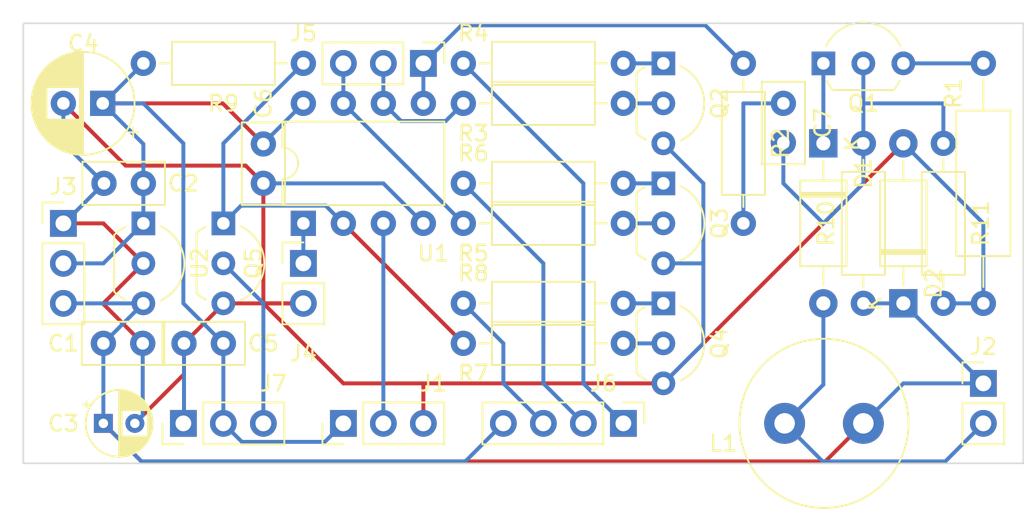
<source format=kicad_pcb>
(kicad_pcb (version 20221018) (generator pcbnew)
  (layers (0 "F.Cu" signal) (31 "B.Cu" signal) (34 "B.Paste" user) (35 "F.Paste" user) (36 "B.SilkS" user "B.Silkscreen") (37 "F.SilkS" user "F.Silkscreen") (38 "B.Mask" user) (39 "F.Mask" user) (44 "Edge.Cuts" user))
  (net 0 "")
  (net 1 "/+12")
  (net 2 "/gnd")
  (net 3 "/+5")
  (net 4 "Net-(D1-K)")
  (net 5 "Net-(D1-A)")
  (net 6 "/pir")
  (net 7 "Net-(J4-Pin_1)")
  (net 8 "/piezo")
  (net 9 "/led1")
  (net 10 "/led2")
  (net 11 "Net-(J6-Pin_1)")
  (net 12 "Net-(J6-Pin_2)")
  (net 13 "Net-(J6-Pin_3)")
  (net 14 "Net-(J7-Pin_3)")
  (net 15 "Net-(Q1-B)")
  (net 16 "Net-(Q1-E)")
  (net 17 "Net-(Q2-C)")
  (net 18 "Net-(Q2-B)")
  (net 19 "Net-(Q3-C)")
  (net 20 "Net-(Q3-B)")
  (net 21 "Net-(Q4-C)")
  (net 22 "Net-(Q4-B)")
  (net 23 "/ir")
  (net 24 "Net-(C7-Pad1)")
  (footprint "Inductor_THT:L_Radial_D10.5mm_P5.00mm_Abacron_AISR-01" (layer "F.Cu") (at 154.94 76.2 180)
    (fp_text reference "L1" (at 8.89 -1.27) (layer "F.SilkS"))
    (fp_text value "0.47uH")
    (pad "1" thru_hole circle (at 0 0 180) (size 2.6 2.6) (drill 1.3) (layers "*.Cu" "*.Mask") (net 1 "/+12"))
    (pad "2" thru_hole circle (at 5 0 180) (size 2.6 2.6) (drill 1.3) (layers "*.Cu" "*.Mask") (net 5 "Net-(D1-A)"))
  )
  (footprint "Package_TO_SOT_THT:TO-92L_Inline_Wide" (layer "F.Cu") (at 142.24 53.34 -90)
    (fp_text reference "Q2" (at 2.54 -3.56 90) (layer "F.SilkS"))
    (fp_text value "BC546")
    (pad "1" thru_hole rect (at 0 0 270) (size 1.5 1.5) (drill 0.8) (layers "*.Cu" "*.Mask") (net 17 "Net-(Q2-C)"))
    (pad "2" thru_hole circle (at 2.54 0 270) (size 1.5 1.5) (drill 0.8) (layers "*.Cu" "*.Mask") (net 18 "Net-(Q2-B)"))
    (pad "3" thru_hole circle (at 5.08 0 270) (size 1.5 1.5) (drill 0.8) (layers "*.Cu" "*.Mask") (net 2 "/gnd"))
  )
  (footprint "Package_TO_SOT_THT:TO-92L_Inline_Wide" (layer "F.Cu") (at 142.24 60.96 -90)
    (fp_text reference "Q3" (at 2.54 -3.56 90) (layer "F.SilkS"))
    (fp_text value "BC546")
    (pad "1" thru_hole rect (at 0 0 270) (size 1.5 1.5) (drill 0.8) (layers "*.Cu" "*.Mask") (net 19 "Net-(Q3-C)"))
    (pad "2" thru_hole circle (at 2.54 0 270) (size 1.5 1.5) (drill 0.8) (layers "*.Cu" "*.Mask") (net 20 "Net-(Q3-B)"))
    (pad "3" thru_hole circle (at 5.08 0 270) (size 1.5 1.5) (drill 0.8) (layers "*.Cu" "*.Mask") (net 2 "/gnd"))
  )
  (footprint "Connector_PinHeader_2.54mm:PinHeader_1x02_P2.54mm_Vertical" (layer "F.Cu") (at 162.56 73.66)
    (fp_text reference "J2" (at 0 -2.33) (layer "F.SilkS"))
    (fp_text value "piezo")
    (pad "1" thru_hole rect (at 0 0) (size 1.7 1.7) (drill 1) (layers "*.Cu" "*.Mask") (net 1 "/+12"))
    (pad "2" thru_hole oval (at 0 2.54) (size 1.7 1.7) (drill 1) (layers "*.Cu" "*.Mask") (net 5 "Net-(D1-A)"))
  )
  (footprint "Connector_PinHeader_2.54mm:PinHeader_1x03_P2.54mm_Vertical" (layer "F.Cu") (at 121.92 76.2 90)
    (fp_text reference "J1" (at 2.54 5.715 180) (layer "F.SilkS"))
    (fp_text value "PIR")
    (pad "1" thru_hole rect (at 0 0 90) (size 1.7 1.7) (drill 1) (layers "*.Cu" "*.Mask") (net 3 "/+5"))
    (pad "2" thru_hole oval (at 0 2.54 90) (size 1.7 1.7) (drill 1) (layers "*.Cu" "*.Mask") (net 6 "/pir"))
    (pad "3" thru_hole oval (at 0 5.08 90) (size 1.7 1.7) (drill 1) (layers "*.Cu" "*.Mask") (net 2 "/gnd"))
  )
  (footprint "Capacitor_THT:C_Disc_D5.0mm_W2.5mm_P2.50mm" (layer "F.Cu") (at 106.68 71.12)
    (fp_text reference "C1" (at -2.54 0) (layer "F.SilkS"))
    (fp_text value "100n")
    (pad "1" thru_hole circle (at 0 0) (size 1.6 1.6) (drill 0.8) (layers "*.Cu" "*.Mask") (net 1 "/+12"))
    (pad "2" thru_hole circle (at 2.5 0) (size 1.6 1.6) (drill 0.8) (layers "*.Cu" "*.Mask") (net 2 "/gnd"))
  )
  (footprint "Capacitor_THT:CP_Radial_D6.3mm_P2.50mm" (layer "F.Cu") (at 106.64 55.88 180)
    (fp_text reference "C4" (at 1.23 3.81) (layer "F.SilkS"))
    (fp_text value "22uF")
    (pad "1" thru_hole rect (at 0 0 180) (size 1.6 1.6) (drill 0.8) (layers "*.Cu" "*.Mask") (net 3 "/+5"))
    (pad "2" thru_hole circle (at 2.5 0 180) (size 1.6 1.6) (drill 0.8) (layers "*.Cu" "*.Mask") (net 2 "/gnd"))
  )
  (footprint "Capacitor_THT:C_Disc_D5.0mm_W2.5mm_P2.50mm" (layer "F.Cu") (at 116.84 58.46 -90)
    (fp_text reference "C6" (at -2.58 0 90) (layer "F.SilkS"))
    (fp_text value "100n")
    (pad "1" thru_hole circle (at 0 0 270) (size 1.6 1.6) (drill 0.8) (layers "*.Cu" "*.Mask") (net 3 "/+5"))
    (pad "2" thru_hole circle (at 2.5 0 270) (size 1.6 1.6) (drill 0.8) (layers "*.Cu" "*.Mask") (net 2 "/gnd"))
  )
  (footprint "Resistor_THT:R_Axial_DIN0309_L9.0mm_D3.2mm_P15.24mm_Horizontal" (layer "F.Cu") (at 162.56 53.34 -90)
    (fp_text reference "R1" (at 1.905 1.905 90) (layer "F.SilkS"))
    (fp_text value "1")
    (pad "1" thru_hole circle (at 0 0 270) (size 1.6 1.6) (drill 0.8) (layers "*.Cu" "*.Mask") (net 16 "Net-(Q1-E)"))
    (pad "2" thru_hole oval (at 15.24 0 270) (size 1.6 1.6) (drill 0.8) (layers "*.Cu" "*.Mask") (net 2 "/gnd"))
  )
  (footprint "Diode_THT:D_A-405_P10.16mm_Horizontal" (layer "F.Cu") (at 152.4 58.420001 -90)
    (fp_text reference "D1" (at 1.904999 -2.54 90) (layer "F.SilkS"))
    (fp_text value "shottky")
    (fp_text user "K" (at 0 -1.9 90) (layer "F.SilkS"))
    (pad "1" thru_hole rect (at 0 0 270) (size 1.8 1.8) (drill 0.9) (layers "*.Cu" "*.Mask") (net 4 "Net-(D1-K)"))
    (pad "2" thru_hole oval (at 10.16 0 270) (size 1.8 1.8) (drill 0.9) (layers "*.Cu" "*.Mask") (net 5 "Net-(D1-A)"))
  )
  (footprint "Diode_THT:D_A-405_P10.16mm_Horizontal" (layer "F.Cu") (at 157.48 68.58 90)
    (fp_text reference "D2" (at 1.27 1.905 90) (layer "F.SilkS"))
    (fp_text value "D")
    (fp_text user "K" (at 0 -1.9 90) (layer "F.SilkS"))
    (pad "1" thru_hole rect (at 0 0 90) (size 1.8 1.8) (drill 0.9) (layers "*.Cu" "*.Mask") (net 1 "/+12"))
    (pad "2" thru_hole oval (at 10.16 0 90) (size 1.8 1.8) (drill 0.9) (layers "*.Cu" "*.Mask") (net 2 "/gnd"))
  )
  (footprint "Resistor_THT:R_Axial_DIN0207_L6.3mm_D2.5mm_P10.16mm_Horizontal" (layer "F.Cu") (at 129.54 53.34)
    (fp_text reference "R4" (at 0.635 -1.905) (layer "F.SilkS"))
    (fp_text value "600/250")
    (pad "1" thru_hole circle (at 0 0) (size 1.6 1.6) (drill 0.8) (layers "*.Cu" "*.Mask") (net 11 "Net-(J6-Pin_1)"))
    (pad "2" thru_hole oval (at 10.16 0) (size 1.6 1.6) (drill 0.8) (layers "*.Cu" "*.Mask") (net 17 "Net-(Q2-C)"))
  )
  (footprint "Resistor_THT:R_Axial_DIN0207_L6.3mm_D2.5mm_P10.16mm_Horizontal" (layer "F.Cu") (at 154.94 68.579999 90)
    (fp_text reference "R10" (at 5.08 -2.37 90) (layer "F.SilkS"))
    (fp_text value "91k")
    (pad "1" thru_hole circle (at 0 0 90) (size 1.6 1.6) (drill 0.8) (layers "*.Cu" "*.Mask") (net 1 "/+12"))
    (pad "2" thru_hole oval (at 10.16 0 90) (size 1.6 1.6) (drill 0.8) (layers "*.Cu" "*.Mask") (net 15 "Net-(Q1-B)"))
  )
  (footprint "Connector_PinHeader_2.54mm:PinHeader_1x03_P2.54mm_Vertical" (layer "F.Cu") (at 127 53.34 -90)
    (fp_text reference "J5" (at -1.905 7.62 -180) (layer "F.SilkS"))
    (fp_text value "ISP prog")
    (pad "1" thru_hole rect (at 0 0 270) (size 1.7 1.7) (drill 1) (layers "*.Cu" "*.Mask") (net 8 "/piezo"))
    (pad "2" thru_hole oval (at 0 2.54 270) (size 1.7 1.7) (drill 1) (layers "*.Cu" "*.Mask") (net 9 "/led1"))
    (pad "3" thru_hole oval (at 0 5.08 270) (size 1.7 1.7) (drill 1) (layers "*.Cu" "*.Mask") (net 10 "/led2"))
  )
  (footprint "Resistor_THT:R_Axial_DIN0207_L6.3mm_D2.5mm_P10.16mm_Horizontal" (layer "F.Cu") (at 129.54 68.58)
    (fp_text reference "R8" (at 0.635 -1.905) (layer "F.SilkS"))
    (fp_text value "600/250")
    (pad "1" thru_hole circle (at 0 0) (size 1.6 1.6) (drill 0.8) (layers "*.Cu" "*.Mask") (net 13 "Net-(J6-Pin_3)"))
    (pad "2" thru_hole oval (at 10.16 0) (size 1.6 1.6) (drill 0.8) (layers "*.Cu" "*.Mask") (net 21 "Net-(Q4-C)"))
  )
  (footprint "Resistor_THT:R_Axial_DIN0207_L6.3mm_D2.5mm_P10.16mm_Horizontal" (layer "F.Cu") (at 147.32 53.340001 -90)
    (fp_text reference "R2" (at 5.08 -2.37 90) (layer "F.SilkS"))
    (fp_text value "2k")
    (pad "1" thru_hole circle (at 0 0 270) (size 1.6 1.6) (drill 0.8) (layers "*.Cu" "*.Mask") (net 8 "/piezo"))
    (pad "2" thru_hole oval (at 10.16 0 270) (size 1.6 1.6) (drill 0.8) (layers "*.Cu" "*.Mask") (net 24 "Net-(C7-Pad1)"))
  )
  (footprint "Package_TO_SOT_THT:TO-92_Inline_Wide" (layer "F.Cu") (at 109.22 63.5 -90)
    (fp_text reference "U2" (at 2.54 -3.56 -90) (layer "F.SilkS"))
    (fp_text value "L78L05_TO92")
    (pad "1" thru_hole rect (at 0 0 270) (size 1.5 1.5) (drill 0.8) (layers "*.Cu" "*.Mask") (net 3 "/+5"))
    (pad "2" thru_hole circle (at 2.54 0 270) (size 1.5 1.5) (drill 0.8) (layers "*.Cu" "*.Mask") (net 2 "/gnd"))
    (pad "3" thru_hole circle (at 5.08 0 270) (size 1.5 1.5) (drill 0.8) (layers "*.Cu" "*.Mask") (net 1 "/+12"))
  )
  (footprint "Connector_PinHeader_2.54mm:PinHeader_1x03_P2.54mm_Vertical" (layer "F.Cu") (at 111.76 76.2 90)
    (fp_text reference "J7" (at 2.54 5.715 180) (layer "F.SilkS"))
    (fp_text value "IR receiver blue-cyan")
    (pad "1" thru_hole rect (at 0 0 90) (size 1.7 1.7) (drill 1) (layers "*.Cu" "*.Mask") (net 2 "/gnd"))
    (pad "2" thru_hole oval (at 0 2.54 90) (size 1.7 1.7) (drill 1) (layers "*.Cu" "*.Mask") (net 3 "/+5"))
    (pad "3" thru_hole oval (at 0 5.08 90) (size 1.7 1.7) (drill 1) (layers "*.Cu" "*.Mask") (net 14 "Net-(J7-Pin_3)"))
  )
  (footprint "Resistor_THT:R_Axial_DIN0207_L6.3mm_D2.5mm_P10.16mm_Horizontal" (layer "F.Cu") (at 160.02 58.420001 -90)
    (fp_text reference "R11" (at 5.08 -2.37 90) (layer "F.SilkS"))
    (fp_text value "4k7")
    (pad "1" thru_hole circle (at 0 0 270) (size 1.6 1.6) (drill 0.8) (layers "*.Cu" "*.Mask") (net 15 "Net-(Q1-B)"))
    (pad "2" thru_hole oval (at 10.16 0 270) (size 1.6 1.6) (drill 0.8) (layers "*.Cu" "*.Mask") (net 2 "/gnd"))
  )
  (footprint "Connector_PinHeader_2.54mm:PinHeader_1x02_P2.54mm_Vertical" (layer "F.Cu") (at 119.38 66.04)
    (fp_text reference "J4" (at 0 5.715) (layer "F.SilkS"))
    (fp_text value "ISP reset")
    (pad "1" thru_hole rect (at 0 0) (size 1.7 1.7) (drill 1) (layers "*.Cu" "*.Mask") (net 7 "Net-(J4-Pin_1)"))
    (pad "2" thru_hole oval (at 0 2.54) (size 1.7 1.7) (drill 1) (layers "*.Cu" "*.Mask") (net 2 "/gnd"))
  )
  (footprint "Package_TO_SOT_THT:TO-92L_Inline_Wide" (layer "F.Cu") (at 142.24 68.58 -90)
    (fp_text reference "Q4" (at 2.54 -3.56 90) (layer "F.SilkS"))
    (fp_text value "BC546")
    (pad "1" thru_hole rect (at 0 0 270) (size 1.5 1.5) (drill 0.8) (layers "*.Cu" "*.Mask") (net 21 "Net-(Q4-C)"))
    (pad "2" thru_hole circle (at 2.54 0 270) (size 1.5 1.5) (drill 0.8) (layers "*.Cu" "*.Mask") (net 22 "Net-(Q4-B)"))
    (pad "3" thru_hole circle (at 5.08 0 270) (size 1.5 1.5) (drill 0.8) (layers "*.Cu" "*.Mask") (net 2 "/gnd"))
  )
  (footprint "Resistor_THT:R_Axial_DIN0207_L6.3mm_D2.5mm_P10.16mm_Horizontal" (layer "F.Cu") (at 129.54 60.96)
    (fp_text reference "R6" (at 0.635 -1.905) (layer "F.SilkS"))
    (fp_text value "600/250")
    (pad "1" thru_hole circle (at 0 0) (size 1.6 1.6) (drill 0.8) (layers "*.Cu" "*.Mask") (net 12 "Net-(J6-Pin_2)"))
    (pad "2" thru_hole oval (at 10.16 0) (size 1.6 1.6) (drill 0.8) (layers "*.Cu" "*.Mask") (net 19 "Net-(Q3-C)"))
  )
  (footprint "Package_TO_SOT_THT:TO-92L_Inline_Wide" (layer "F.Cu") (at 152.4 53.34)
    (fp_text reference "Q1" (at 2.54 2.54) (layer "F.SilkS"))
    (fp_text value "1N3904")
    (pad "1" thru_hole rect (at 0 0) (size 1.5 1.5) (drill 0.8) (layers "*.Cu" "*.Mask") (net 4 "Net-(D1-K)"))
    (pad "2" thru_hole circle (at 2.54 0) (size 1.5 1.5) (drill 0.8) (layers "*.Cu" "*.Mask") (net 15 "Net-(Q1-B)"))
    (pad "3" thru_hole circle (at 5.08 0) (size 1.5 1.5) (drill 0.8) (layers "*.Cu" "*.Mask") (net 16 "Net-(Q1-E)"))
  )
  (footprint "Resistor_THT:R_Axial_DIN0207_L6.3mm_D2.5mm_P10.16mm_Horizontal" (layer "F.Cu") (at 129.54 71.12)
    (fp_text reference "R7" (at 0.635 1.905) (layer "F.SilkS"))
    (fp_text value "10k")
    (pad "1" thru_hole circle (at 0 0) (size 1.6 1.6) (drill 0.8) (layers "*.Cu" "*.Mask") (net 23 "/ir"))
    (pad "2" thru_hole oval (at 10.16 0) (size 1.6 1.6) (drill 0.8) (layers "*.Cu" "*.Mask") (net 22 "Net-(Q4-B)"))
  )
  (footprint "Capacitor_THT:CP_Radial_D4.0mm_P2.00mm" (layer "F.Cu") (at 106.68 76.2)
    (fp_text reference "C3" (at -2.54 0) (layer "F.SilkS"))
    (fp_text value "10uF")
    (pad "1" thru_hole rect (at 0 0) (size 1.2 1.2) (drill 0.6) (layers "*.Cu" "*.Mask") (net 1 "/+12"))
    (pad "2" thru_hole circle (at 2 0) (size 1.2 1.2) (drill 0.6) (layers "*.Cu" "*.Mask") (net 2 "/gnd"))
  )
  (footprint "Package_DIP:DIP-8_W7.62mm" (layer "F.Cu") (at 119.38 63.5 90)
    (fp_text reference "U1" (at -1.905 8.255 180) (layer "F.SilkS"))
    (fp_text value "ATtiny13A-SS")
    (pad "1" thru_hole rect (at 0 0 90) (size 1.6 1.6) (drill 0.8) (layers "*.Cu" "*.Mask") (net 7 "Net-(J4-Pin_1)"))
    (pad "2" thru_hole oval (at 0 2.54 90) (size 1.6 1.6) (drill 0.8) (layers "*.Cu" "*.Mask") (net 23 "/ir"))
    (pad "3" thru_hole oval (at 0 5.08 90) (size 1.6 1.6) (drill 0.8) (layers "*.Cu" "*.Mask") (net 6 "/pir"))
    (pad "4" thru_hole oval (at 0 7.62 90) (size 1.6 1.6) (drill 0.8) (layers "*.Cu" "*.Mask") (net 2 "/gnd"))
    (pad "5" thru_hole oval (at 7.62 7.62 90) (size 1.6 1.6) (drill 0.8) (layers "*.Cu" "*.Mask") (net 8 "/piezo"))
    (pad "6" thru_hole oval (at 7.62 5.08 90) (size 1.6 1.6) (drill 0.8) (layers "*.Cu" "*.Mask") (net 9 "/led1"))
    (pad "7" thru_hole oval (at 7.62 2.54 90) (size 1.6 1.6) (drill 0.8) (layers "*.Cu" "*.Mask") (net 10 "/led2"))
    (pad "8" thru_hole oval (at 7.62 0 90) (size 1.6 1.6) (drill 0.8) (layers "*.Cu" "*.Mask") (net 3 "/+5"))
  )
  (footprint "Capacitor_THT:C_Disc_D5.0mm_W2.5mm_P2.50mm" (layer "F.Cu") (at 149.86 55.88 -90)
    (fp_text reference "C7" (at 1.25 -2.5 90) (layer "F.SilkS"))
    (fp_text value "100n")
    (pad "1" thru_hole circle (at 0 0 270) (size 1.6 1.6) (drill 0.8) (layers "*.Cu" "*.Mask") (net 24 "Net-(C7-Pad1)"))
    (pad "2" thru_hole circle (at 2.5 0 270) (size 1.6 1.6) (drill 0.8) (layers "*.Cu" "*.Mask") (net 15 "Net-(Q1-B)"))
  )
  (footprint "Package_TO_SOT_THT:TO-92L_Inline_Wide" (layer "F.Cu") (at 114.3 63.5 -90)
    (fp_text reference "Q5" (at 2.54 -1.905 90) (layer "F.SilkS"))
    (fp_text value "2N3904")
    (pad "1" thru_hole rect (at 0 0 270) (size 1.5 1.5) (drill 0.8) (layers "*.Cu" "*.Mask") (net 23 "/ir"))
    (pad "2" thru_hole circle (at 2.54 0 270) (size 1.5 1.5) (drill 0.8) (layers "*.Cu" "*.Mask") (net 14 "Net-(J7-Pin_3)"))
    (pad "3" thru_hole circle (at 5.08 0 270) (size 1.5 1.5) (drill 0.8) (layers "*.Cu" "*.Mask") (net 2 "/gnd"))
  )
  (footprint "Capacitor_THT:C_Disc_D5.0mm_W2.5mm_P2.50mm" (layer "F.Cu") (at 111.8 71.12)
    (fp_text reference "C5" (at 5.04 0) (layer "F.SilkS"))
    (fp_text value "100n")
    (pad "1" thru_hole circle (at 0 0) (size 1.6 1.6) (drill 0.8) (layers "*.Cu" "*.Mask") (net 2 "/gnd"))
    (pad "2" thru_hole circle (at 2.5 0) (size 1.6 1.6) (drill 0.8) (layers "*.Cu" "*.Mask") (net 3 "/+5"))
  )
  (footprint "Resistor_THT:R_Axial_DIN0207_L6.3mm_D2.5mm_P10.16mm_Horizontal" (layer "F.Cu") (at 129.54 55.88)
    (fp_text reference "R3" (at 0.635 1.905) (layer "F.SilkS"))
    (fp_text value "10k")
    (pad "1" thru_hole circle (at 0 0) (size 1.6 1.6) (drill 0.8) (layers "*.Cu" "*.Mask") (net 9 "/led1"))
    (pad "2" thru_hole oval (at 10.16 0) (size 1.6 1.6) (drill 0.8) (layers "*.Cu" "*.Mask") (net 18 "Net-(Q2-B)"))
  )
  (footprint "Resistor_THT:R_Axial_DIN0207_L6.3mm_D2.5mm_P10.16mm_Horizontal" (layer "F.Cu") (at 109.22 53.34)
    (fp_text reference "R9" (at 5.08 2.54) (layer "F.SilkS"))
    (fp_text value "1k")
    (pad "1" thru_hole circle (at 0 0) (size 1.6 1.6) (drill 0.8) (layers "*.Cu" "*.Mask") (net 3 "/+5"))
    (pad "2" thru_hole oval (at 10.16 0) (size 1.6 1.6) (drill 0.8) (layers "*.Cu" "*.Mask") (net 23 "/ir"))
  )
  (footprint "Capacitor_THT:C_Disc_D5.0mm_W2.5mm_P2.50mm" (layer "F.Cu") (at 109.22 60.96 180)
    (fp_text reference "C2" (at -2.54 0) (layer "F.SilkS"))
    (fp_text value "100n")
    (pad "1" thru_hole circle (at 0 0 180) (size 1.6 1.6) (drill 0.8) (layers "*.Cu" "*.Mask") (net 3 "/+5"))
    (pad "2" thru_hole circle (at 2.5 0 180) (size 1.6 1.6) (drill 0.8) (layers "*.Cu" "*.Mask") (net 2 "/gnd"))
  )
  (footprint "Connector_PinHeader_2.54mm:PinHeader_1x04_P2.54mm_Vertical" (layer "F.Cu") (at 139.7 76.2 -90)
    (fp_text reference "J6" (at -2.54 1.27) (layer "F.SilkS"))
    (fp_text value "leds")
    (pad "1" thru_hole rect (at 0 0 270) (size 1.7 1.7) (drill 1) (layers "*.Cu" "*.Mask") (net 11 "Net-(J6-Pin_1)"))
    (pad "2" thru_hole oval (at 0 2.54 270) (size 1.7 1.7) (drill 1) (layers "*.Cu" "*.Mask") (net 12 "Net-(J6-Pin_2)"))
    (pad "3" thru_hole oval (at 0 5.08 270) (size 1.7 1.7) (drill 1) (layers "*.Cu" "*.Mask") (net 13 "Net-(J6-Pin_3)"))
    (pad "4" thru_hole oval (at 0 7.62 270) (size 1.7 1.7) (drill 1) (layers "*.Cu" "*.Mask") (net 1 "/+12"))
  )
  (footprint "Resistor_THT:R_Axial_DIN0207_L6.3mm_D2.5mm_P10.16mm_Horizontal" (layer "F.Cu") (at 129.54 63.5)
    (fp_text reference "R5" (at 0.635 1.905) (layer "F.SilkS"))
    (fp_text value "10k")
    (pad "1" thru_hole circle (at 0 0) (size 1.6 1.6) (drill 0.8) (layers "*.Cu" "*.Mask") (net 10 "/led2"))
    (pad "2" thru_hole oval (at 10.16 0) (size 1.6 1.6) (drill 0.8) (layers "*.Cu" "*.Mask") (net 20 "Net-(Q3-B)"))
  )
  (footprint "Connector_PinHeader_2.54mm:PinHeader_1x03_P2.54mm_Vertical" (layer "F.Cu") (at 104.14 63.5)
    (fp_text reference "J3" (at 0 -2.33) (layer "F.SilkS"))
    (fp_text value "power in")
    (pad "1" thru_hole rect (at 0 0) (size 1.7 1.7) (drill 1) (layers "*.Cu" "*.Mask") (net 2 "/gnd"))
    (pad "2" thru_hole oval (at 0 2.54) (size 1.7 1.7) (drill 1) (layers "*.Cu" "*.Mask") (net 3 "/+5"))
    (pad "3" thru_hole oval (at 0 5.08) (size 1.7 1.7) (drill 1) (layers "*.Cu" "*.Mask") (net 1 "/+12"))
  )
  (gr_line (start 101.6 78.74) (end 165.1 78.74) (stroke (width 0.1)) (layer "Edge.Cuts"))
  (gr_line (start 165.1 78.74) (end 165.1 50.8) (stroke (width 0.1)) (layer "Edge.Cuts"))
  (gr_line (start 101.6 50.8) (end 165.1 50.8) (stroke (width 0.1)) (layer "Edge.Cuts"))
  (gr_line (start 101.6 50.8) (end 101.6 78.74) (stroke (width 0.1)) (layer "Edge.Cuts"))
  (segment (start 152.525 78.615) (end 154.94 76.2) (width 0.25) (layer "F.Cu") (net 1))
  (segment (start 106.68 76.2) (end 109.095 78.615) (width 0.25) (layer "F.Cu") (net 1))
  (segment (start 109.095 78.615) (end 152.525 78.615) (width 0.25) (layer "F.Cu") (net 1))
  (segment (start 154.94 68.579999) (end 157.48 68.58) (width 0.25) (layer "B.Cu") (net 1))
  (segment (start 157.48 68.58) (end 162.56 73.66) (width 0.25) (layer "B.Cu") (net 1))
  (segment (start 157.48 73.66) (end 162.56 73.66) (width 0.25) (layer "B.Cu") (net 1))
  (segment (start 109.22 68.58) (end 106.68 71.12) (width 0.25) (layer "B.Cu") (net 1))
  (segment (start 106.68 71.12) (end 106.68 76.2) (width 0.25) (layer "B.Cu") (net 1))
  (segment (start 129.665 78.615) (end 109.095 78.615) (width 0.25) (layer "B.Cu") (net 1))
  (segment (start 154.94 76.2) (end 157.48 73.66) (width 0.25) (layer "B.Cu") (net 1))
  (segment (start 109.095 78.615) (end 106.68 76.2) (width 0.25) (layer "B.Cu") (net 1))
  (segment (start 104.14 68.58) (end 109.22 68.58) (width 0.25) (layer "B.Cu") (net 1))
  (segment (start 132.08 76.2) (end 129.665 78.615) (width 0.25) (layer "B.Cu") (net 1))
  (segment (start 106.68 68.62) (end 106.75 68.69) (width 0.25) (layer "F.Cu") (net 2))
  (segment (start 114.3 68.58) (end 119.38 68.58) (width 0.25) (layer "F.Cu") (net 2))
  (segment (start 121.92 73.66) (end 124.46 73.66) (width 0.25) (layer "F.Cu") (net 2))
  (segment (start 108.095 59.835) (end 115.715 59.835) (width 0.25) (layer "F.Cu") (net 2))
  (segment (start 104.14 55.88) (end 108.095 59.835) (width 0.25) (layer "F.Cu") (net 2))
  (segment (start 109.22 66.04) (end 106.75 68.51) (width 0.25) (layer "F.Cu") (net 2))
  (segment (start 111.8 71.12) (end 114.3 68.62) (width 0.25) (layer "F.Cu") (net 2))
  (segment (start 108.68 76.2) (end 111.8 73.08) (width 0.25) (layer "F.Cu") (net 2))
  (segment (start 111.8 73.08) (end 111.8 71.12) (width 0.25) (layer "F.Cu") (net 2))
  (segment (start 106.68 63.5) (end 104.14 63.5) (width 0.25) (layer "F.Cu") (net 2))
  (segment (start 106.75 68.69) (end 109.18 71.12) (width 0.25) (layer "F.Cu") (net 2))
  (segment (start 116.84 60.96) (end 116.84 68.58) (width 0.25) (layer "F.Cu") (net 2))
  (segment (start 116.84 68.58) (end 119.38 68.58) (width 0.25) (layer "F.Cu") (net 2))
  (segment (start 109.22 66.04) (end 106.68 63.5) (width 0.25) (layer "F.Cu") (net 2))
  (segment (start 115.715 59.835) (end 116.84 60.96) (width 0.25) (layer "F.Cu") (net 2))
  (segment (start 127 76.2) (end 127 73.66) (width 0.25) (layer "F.Cu") (net 2))
  (segment (start 157.48 58.42) (end 142.24 73.66) (width 0.25) (layer "F.Cu") (net 2))
  (segment (start 116.84 68.58) (end 121.92 73.66) (width 0.25) (layer "F.Cu") (net 2))
  (segment (start 124.46 73.66) (end 142.24 73.66) (width 0.25) (layer "F.Cu") (net 2))
  (segment (start 106.75 68.51) (end 106.75 68.69) (width 0.25) (layer "F.Cu") (net 2))
  (segment (start 114.3 68.62) (end 114.3 68.58) (width 0.25) (layer "F.Cu") (net 2))
  (segment (start 104.14 55.88) (end 104.14 58.38) (width 0.25) (layer "B.Cu") (net 2))
  (segment (start 111.8 76.16) (end 111.76 76.2) (width 0.25) (layer "B.Cu") (net 2))
  (segment (start 111.8 71.12) (end 111.8 76.16) (width 0.25) (layer "B.Cu") (net 2))
  (segment (start 144.78 60.96) (end 144.78 71.12) (width 0.25) (layer "B.Cu") (net 2))
  (segment (start 124.46 60.96) (end 116.84 60.96) (width 0.25) (layer "B.Cu") (net 2))
  (segment (start 104.14 63.5) (end 104.18 63.5) (width 0.25) (layer "B.Cu") (net 2))
  (segment (start 142.24 58.42) (end 144.78 60.96) (width 0.25) (layer "B.Cu") (net 2))
  (segment (start 162.56 63.5) (end 162.56 68.58) (width 0.25) (layer "B.Cu") (net 2))
  (segment (start 142.24 66.04) (end 144.78 66.04) (width 0.25) (layer "B.Cu") (net 2))
  (segment (start 109.18 71.12) (end 109.18 75.7) (width 0.25) (layer "B.Cu") (net 2))
  (segment (start 104.14 58.38) (end 106.72 60.96) (width 0.25) (layer "B.Cu") (net 2))
  (segment (start 144.78 71.12) (end 142.24 73.66) (width 0.25) (layer "B.Cu") (net 2))
  (segment (start 109.18 75.7) (end 108.68 76.2) (width 0.25) (layer "B.Cu") (net 2))
  (segment (start 157.48 58.42) (end 162.56 63.5) (width 0.25) (layer "B.Cu") (net 2))
  (segment (start 104.18 63.5) (end 106.72 60.96) (width 0.25) (layer "B.Cu") (net 2))
  (segment (start 127 63.5) (end 124.46 60.96) (width 0.25) (layer "B.Cu") (net 2))
  (segment (start 160.02 68.580001) (end 162.56 68.58) (width 0.25) (layer "B.Cu") (net 2))
  (segment (start 114.26 55.88) (end 106.64 55.88) (width 0.25) (layer "F.Cu") (net 3))
  (segment (start 116.84 58.46) (end 114.26 55.88) (width 0.25) (layer "F.Cu") (net 3))
  (segment (start 114.3 76.2) (end 114.3 71.12) (width 0.25) (layer "B.Cu") (net 3))
  (segment (start 109.22 58.46) (end 106.64 55.88) (width 0.25) (layer "B.Cu") (net 3))
  (segment (start 104.14 66.04) (end 106.68 66.04) (width 0.25) (layer "B.Cu") (net 3))
  (segment (start 109.22 60.96) (end 109.22 58.46) (width 0.25) (layer "B.Cu") (net 3))
  (segment (start 111.76 68.58) (end 111.76 58.42) (width 0.25) (layer "B.Cu") (net 3))
  (segment (start 109.22 63.5) (end 106.68 66.04) (width 0.25) (layer "B.Cu") (net 3))
  (segment (start 114.3 76.2) (end 115.475 77.375) (width 0.25) (layer "B.Cu") (net 3))
  (segment (start 109.22 53.34) (end 106.68 55.88) (width 0.25) (layer "B.Cu") (net 3))
  (segment (start 115.475 77.375) (end 120.745 77.375) (width 0.25) (layer "B.Cu") (net 3))
  (segment (start 116.84 58.42) (end 116.84 58.46) (width 0.25) (layer "B.Cu") (net 3))
  (segment (start 111.76 58.42) (end 109.22 55.88) (width 0.25) (layer "B.Cu") (net 3))
  (segment (start 114.3 71.12) (end 111.76 68.58) (width 0.25) (layer "B.Cu") (net 3))
  (segment (start 119.38 55.88) (end 116.84 58.42) (width 0.25) (layer "B.Cu") (net 3))
  (segment (start 109.22 60.96) (end 109.22 63.5) (width 0.25) (layer "B.Cu") (net 3))
  (segment (start 109.22 60.96) (end 109.67 61.41) (width 0.25) (layer "B.Cu") (net 3))
  (segment (start 106.68 55.88) (end 106.64 55.88) (width 0.25) (layer "B.Cu") (net 3))
  (segment (start 109.22 55.88) (end 106.64 55.88) (width 0.25) (layer "B.Cu") (net 3))
  (segment (start 120.745 77.375) (end 121.92 76.2) (width 0.25) (layer "B.Cu") (net 3))
  (segment (start 152.4 53.34) (end 152.4 58.420001) (width 0.25) (layer "B.Cu") (net 4))
  (segment (start 152.355 78.615) (end 160.145 78.615) (width 0.25) (layer "B.Cu") (net 5))
  (segment (start 160.145 78.615) (end 162.56 76.2) (width 0.25) (layer "B.Cu") (net 5))
  (segment (start 152.4 68.580001) (end 152.4 73.74) (width 0.25) (layer "B.Cu") (net 5))
  (segment (start 149.94 76.2) (end 152.355 78.615) (width 0.25) (layer "B.Cu") (net 5))
  (segment (start 152.4 73.74) (end 149.94 76.2) (width 0.25) (layer "B.Cu") (net 5))
  (segment (start 124.46 63.5) (end 124.46 76.2) (width 0.25) (layer "B.Cu") (net 6))
  (segment (start 119.38 66.04) (end 119.38 63.5) (width 0.25) (layer "B.Cu") (net 7))
  (segment (start 144.904999 50.925) (end 147.32 53.340001) (width 0.25) (layer "B.Cu") (net 8))
  (segment (start 129.415 50.925) (end 144.904999 50.925) (width 0.25) (layer "B.Cu") (net 8))
  (segment (start 127 53.34) (end 127 55.88) (width 0.25) (layer "B.Cu") (net 8))
  (segment (start 127 53.34) (end 129.415 50.925) (width 0.25) (layer "B.Cu") (net 8))
  (segment (start 125.585 57.005) (end 124.46 55.88) (width 0.25) (layer "B.Cu") (net 9))
  (segment (start 129.54 55.88) (end 128.415 57.005) (width 0.25) (layer "B.Cu") (net 9))
  (segment (start 128.415 57.005) (end 125.585 57.005) (width 0.25) (layer "B.Cu") (net 9))
  (segment (start 124.46 55.88) (end 124.46 53.34) (width 0.25) (layer "B.Cu") (net 9))
  (segment (start 121.92 55.88) (end 121.92 53.34) (width 0.25) (layer "B.Cu") (net 10))
  (segment (start 129.54 63.5) (end 121.92 55.88) (width 0.25) (layer "B.Cu") (net 10))
  (segment (start 139.7 76.2) (end 137.16 73.66) (width 0.25) (layer "B.Cu") (net 11))
  (segment (start 137.16 60.96) (end 129.54 53.34) (width 0.25) (layer "B.Cu") (net 11))
  (segment (start 137.16 73.66) (end 137.16 60.96) (width 0.25) (layer "B.Cu") (net 11))
  (segment (start 134.62 66.04) (end 129.54 60.96) (width 0.25) (layer "B.Cu") (net 12))
  (segment (start 134.62 73.66) (end 134.62 71.12) (width 0.25) (layer "B.Cu") (net 12))
  (segment (start 137.16 76.2) (end 134.62 73.66) (width 0.25) (layer "B.Cu") (net 12))
  (segment (start 134.62 71.12) (end 134.62 66.04) (width 0.25) (layer "B.Cu") (net 12))
  (segment (start 134.62 76.2) (end 132.08 73.66) (width 0.25) (layer "B.Cu") (net 13))
  (segment (start 132.08 73.66) (end 132.08 71.12) (width 0.25) (layer "B.Cu") (net 13))
  (segment (start 132.08 71.12) (end 129.54 68.58) (width 0.25) (layer "B.Cu") (net 13))
  (segment (start 116.84 76.2) (end 116.84 68.58) (width 0.25) (layer "B.Cu") (net 14))
  (segment (start 116.84 68.58) (end 114.3 66.04) (width 0.25) (layer "B.Cu") (net 14))
  (segment (start 149.86 60.96) (end 152.4 63.5) (width 0.25) (layer "B.Cu") (net 15))
  (segment (start 160.02 58.420001) (end 160.02 55.88) (width 0.25) (layer "B.Cu") (net 15))
  (segment (start 154.94 60.96) (end 154.94 55.88) (width 0.25) (layer "B.Cu") (net 15))
  (segment (start 152.4 63.5) (end 154.94 60.96) (width 0.25) (layer "B.Cu") (net 15))
  (segment (start 149.86 60.96) (end 149.86 58.38) (width 0.25) (layer "B.Cu") (net 15))
  (segment (start 160.02 55.88) (end 154.94 55.88) (width 0.25) (layer "B.Cu") (net 15))
  (segment (start 154.94 55.88) (end 154.94 53.34) (width 0.25) (layer "B.Cu") (net 15))
  (segment (start 157.48 53.34) (end 162.56 53.34) (width 0.25) (layer "B.Cu") (net 16))
  (segment (start 139.7 53.34) (end 142.24 53.34) (width 0.25) (layer "B.Cu") (net 17))
  (segment (start 142.24 55.88) (end 139.7 55.88) (width 0.25) (layer "B.Cu") (net 18))
  (segment (start 142.24 60.96) (end 139.7 60.96) (width 0.25) (layer "B.Cu") (net 19))
  (segment (start 139.7 63.5) (end 142.24 63.5) (width 0.25) (layer "B.Cu") (net 20))
  (segment (start 139.7 68.58) (end 142.24 68.58) (width 0.25) (layer "B.Cu") (net 21))
  (segment (start 142.24 71.12) (end 139.7 71.12) (width 0.25) (layer "B.Cu") (net 22))
  (segment (start 121.92 63.5) (end 129.54 71.12) (width 0.25) (layer "F.Cu") (net 23))
  (segment (start 115.425 62.375) (end 120.795 62.375) (width 0.25) (layer "B.Cu") (net 23))
  (segment (start 120.795 62.375) (end 121.92 63.5) (width 0.25) (layer "B.Cu") (net 23))
  (segment (start 119.38 53.34) (end 114.3 58.42) (width 0.25) (layer "B.Cu") (net 23))
  (segment (start 114.3 63.5) (end 115.425 62.375) (width 0.25) (layer "B.Cu") (net 23))
  (segment (start 114.3 58.42) (end 114.3 63.5) (width 0.25) (layer "B.Cu") (net 23))
  (segment (start 149.86 55.88) (end 147.32 55.88) (width 0.25) (layer "B.Cu") (net 24))
  (segment (start 147.32 55.88) (end 147.32 63.500001) (width 0.25) (layer "B.Cu") (net 24))
)
</source>
